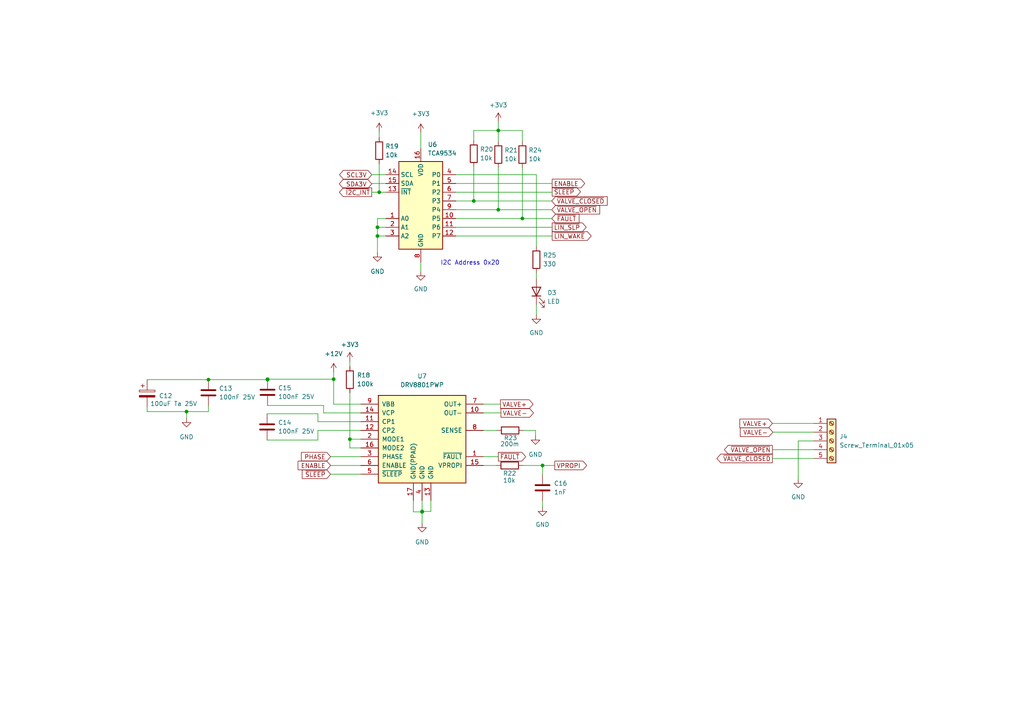
<source format=kicad_sch>
(kicad_sch (version 20211123) (generator eeschema)
  (paper "A4")
  (title_block (title "LINBus Valve Controller") (date "2023-02-17") (rev "1.0") (company "Gavin Hurlbut"))
  (lib_symbols
    (symbol "Connector:Screw_Terminal_01x05" (pin_names (offset 1.016) hide)
      (property "Reference" "J" (at 0 7.62 0))
      (property "Value" "Screw_Terminal_01x05" (at 0 -7.62 0))
      (symbol "Screw_Terminal_01x05_1_1"
        (rectangle (start -1.27 6.35) (end 1.27 -6.35) (stroke (width 0.254)) (fill (type background)))
        (circle (center 0 -5.08) (radius 0.635) (stroke (width 0.1524)))
        (circle (center 0 -2.54) (radius 0.635) (stroke (width 0.1524)))
        (polyline (pts (xy -0.5334 -4.7498) (xy 0.3302 -5.588)) (stroke (width 0.1524)))
        (polyline (pts (xy -0.5334 -2.2098) (xy 0.3302 -3.048)) (stroke (width 0.1524)))
        (polyline (pts (xy -0.5334 0.3302) (xy 0.3302 -0.508)) (stroke (width 0.1524)))
        (polyline (pts (xy -0.5334 2.8702) (xy 0.3302 2.032)) (stroke (width 0.1524)))
        (polyline (pts (xy -0.5334 5.4102) (xy 0.3302 4.572)) (stroke (width 0.1524)))
        (polyline (pts (xy -0.3556 -4.572) (xy 0.508 -5.4102)) (stroke (width 0.1524)))
        (polyline (pts (xy -0.3556 -2.032) (xy 0.508 -2.8702)) (stroke (width 0.1524)))
        (polyline (pts (xy -0.3556 0.508) (xy 0.508 -0.3302)) (stroke (width 0.1524)))
        (polyline (pts (xy -0.3556 3.048) (xy 0.508 2.2098)) (stroke (width 0.1524)))
        (polyline (pts (xy -0.3556 5.588) (xy 0.508 4.7498)) (stroke (width 0.1524)))
        (circle (center 0 0) (radius 0.635) (stroke (width 0.1524)))
        (circle (center 0 2.54) (radius 0.635) (stroke (width 0.1524)))
        (circle (center 0 5.08) (radius 0.635) (stroke (width 0.1524)))
        (pin passive line (at -5.08 5.08 0) (length 3.81) (name "Pin_1") (number "1"))
        (pin passive line (at -5.08 2.54 0) (length 3.81) (name "Pin_2") (number "2"))
        (pin passive line (at -5.08 0 0) (length 3.81) (name "Pin_3") (number "3"))
        (pin passive line (at -5.08 -2.54 0) (length 3.81) (name "Pin_4") (number "4"))
        (pin passive line (at -5.08 -5.08 0) (length 3.81) (name "Pin_5") (number "5"))
      )
    )
    (symbol "Device:C" (pin_numbers hide) (pin_names (offset 0.254))
      (property "Reference" "C" (at 0.635 2.54 0))
      (property "Value" "C" (at 0.635 -2.54 0))
      (symbol "C_0_1"
        (polyline (pts (xy -2.032 -0.762) (xy 2.032 -0.762)) (stroke (width 0.508)))
        (polyline (pts (xy -2.032 0.762) (xy 2.032 0.762)) (stroke (width 0.508)))
      )
      (symbol "C_1_1"
        (pin passive line (at 0 3.81 270) (length 2.794) (name "~") (number "1"))
        (pin passive line (at 0 -3.81 90) (length 2.794) (name "~") (number "2"))
      )
    )
    (symbol "Device:C_Polarized" (pin_numbers hide) (pin_names (offset 0.254))
      (property "Reference" "C" (at 0.635 2.54 0))
      (property "Value" "C_Polarized" (at 0.635 -2.54 0))
      (symbol "C_Polarized_0_1"
        (rectangle (start -2.286 0.508) (end 2.286 1.016))
        (polyline (pts (xy -1.778 2.286) (xy -0.762 2.286)))
        (polyline (pts (xy -1.27 2.794) (xy -1.27 1.778)))
        (rectangle (start 2.286 -0.508) (end -2.286 -1.016) (fill (type outline)))
      )
      (symbol "C_Polarized_1_1"
        (pin passive line (at 0 3.81 270) (length 2.794) (name "~") (number "1"))
        (pin passive line (at 0 -3.81 90) (length 2.794) (name "~") (number "2"))
      )
    )
    (symbol "Device:LED" (pin_numbers hide) (pin_names (offset 1.016) hide)
      (property "Reference" "D" (at 0 2.54 0))
      (property "Value" "LED" (at 0 -2.54 0))
      (symbol "LED_0_1"
        (polyline (pts (xy -1.27 -1.27) (xy -1.27 1.27)) (stroke (width 0.254)))
        (polyline (pts (xy -1.27 0) (xy 1.27 0)))
        (polyline (pts (xy 1.27 -1.27) (xy 1.27 1.27) (xy -1.27 0) (xy 1.27 -1.27)) (stroke (width 0.254)))
        (polyline (pts (xy -3.048 -0.762) (xy -4.572 -2.286) (xy -3.81 -2.286) (xy -4.572 -2.286) (xy -4.572 -1.524)))
        (polyline (pts (xy -1.778 -0.762) (xy -3.302 -2.286) (xy -2.54 -2.286) (xy -3.302 -2.286) (xy -3.302 -1.524)))
      )
      (symbol "LED_1_1"
        (pin passive line (at -3.81 0 0) (length 2.54) (name "K") (number "1"))
        (pin passive line (at 3.81 0 180) (length 2.54) (name "A") (number "2"))
      )
    )
    (symbol "Device:R" (pin_numbers hide) (pin_names (offset 0))
      (property "Reference" "R" (at 2.032 0 90))
      (property "Value" "R" (at 0 0 90))
      (symbol "R_0_1"
        (rectangle (start -1.016 -2.54) (end 1.016 2.54) (stroke (width 0.254)))
      )
      (symbol "R_1_1"
        (pin passive line (at 0 3.81 270) (length 1.27) (name "~") (number "1"))
        (pin passive line (at 0 -3.81 90) (length 1.27) (name "~") (number "2"))
      )
    )
    (symbol "Driver_Motor:DRV8801PWP" (pin_names (offset 1.016))
      (property "Reference" "U" (at -12.7 16.51 0))
      (property "Value" "DRV8801PWP" (at -12.7 13.97 0))
      (symbol "DRV8801PWP_0_1"
        (rectangle (start -12.7 12.7) (end 12.7 -12.7) (stroke (width 0.254)) (fill (type background)))
      )
      (symbol "DRV8801PWP_1_1"
        (pin open_collector line (at 17.78 -5.08 180) (length 5.08) (name "~{FAULT}") (number "1"))
        (pin power_out line (at 17.78 7.62 180) (length 5.08) (name "OUT-") (number "10"))
        (pin power_in line (at -17.78 5.08 0) (length 5.08) (name "CP1") (number "11"))
        (pin power_in line (at -17.78 2.54 0) (length 5.08) (name "CP2") (number "12"))
        (pin power_in line (at 2.54 -17.78 90) (length 5.08) (name "GND") (number "13"))
        (pin power_in line (at -17.78 7.62 0) (length 5.08) (name "VCP") (number "14"))
        (pin output line (at 17.78 -7.62 180) (length 5.08) (name "VPROPI") (number "15"))
        (pin input line (at -17.78 -2.54 0) (length 5.08) (name "MODE2") (number "16"))
        (pin power_in line (at -2.54 -17.78 90) (length 5.08) (name "GND(PPAD)") (number "17"))
        (pin input line (at -17.78 0 0) (length 5.08) (name "MODE1") (number "2"))
        (pin input line (at -17.78 -5.08 0) (length 5.08) (name "PHASE") (number "3"))
        (pin power_in line (at 0 -17.78 90) (length 5.08) (name "GND") (number "4"))
        (pin input line (at -17.78 -10.16 0) (length 5.08) (name "~{SLEEP}") (number "5"))
        (pin input line (at -17.78 -7.62 0) (length 5.08) (name "ENABLE") (number "6"))
        (pin power_out line (at 17.78 10.16 180) (length 5.08) (name "OUT+") (number "7"))
        (pin power_out line (at 17.78 2.54 180) (length 5.08) (name "SENSE") (number "8"))
        (pin power_in line (at -17.78 10.16 0) (length 5.08) (name "VBB") (number "9"))
      )
    )
    (symbol "Interface_Expansion:TCA9534"
      (property "Reference" "U" (at -6.35 12.7 0))
      (property "Value" "TCA9534" (at 2.54 12.7 0))
      (symbol "TCA9534_0_1"
        (rectangle (start -6.35 -13.97) (end 6.35 11.43) (stroke (width 0.254)) (fill (type background)))
      )
      (symbol "TCA9534_1_1"
        (pin input line (at -10.16 -5.08 0) (length 3.81) (name "A0") (number "1"))
        (pin bidirectional line (at 10.16 -5.08 180) (length 3.81) (name "P5") (number "10"))
        (pin bidirectional line (at 10.16 -7.62 180) (length 3.81) (name "P6") (number "11"))
        (pin bidirectional line (at 10.16 -10.16 180) (length 3.81) (name "P7") (number "12"))
        (pin open_collector line (at -10.16 2.54 0) (length 3.81) (name "~{INT}") (number "13"))
        (pin input line (at -10.16 7.62 0) (length 3.81) (name "SCL") (number "14"))
        (pin bidirectional line (at -10.16 5.08 0) (length 3.81) (name "SDA") (number "15"))
        (pin power_in line (at 0 15.24 270) (length 3.81) (name "VDD") (number "16"))
        (pin input line (at -10.16 -7.62 0) (length 3.81) (name "A1") (number "2"))
        (pin input line (at -10.16 -10.16 0) (length 3.81) (name "A2") (number "3"))
        (pin bidirectional line (at 10.16 7.62 180) (length 3.81) (name "P0") (number "4"))
        (pin bidirectional line (at 10.16 5.08 180) (length 3.81) (name "P1") (number "5"))
        (pin bidirectional line (at 10.16 2.54 180) (length 3.81) (name "P2") (number "6"))
        (pin bidirectional line (at 10.16 0 180) (length 3.81) (name "P3") (number "7"))
        (pin power_in line (at 0 -17.78 90) (length 3.81) (name "GND") (number "8"))
        (pin bidirectional line (at 10.16 -2.54 180) (length 3.81) (name "P4") (number "9"))
      )
    )
    (symbol "power:+12V" (power) (pin_names (offset 0))
      (property "Value" "+12V" (at 0 3.556 0))
      (symbol "+12V_0_1"
        (polyline (pts (xy -0.762 1.27) (xy 0 2.54)))
        (polyline (pts (xy 0 0) (xy 0 2.54)))
        (polyline (pts (xy 0 2.54) (xy 0.762 1.27)))
      )
      (symbol "+12V_1_1"
        (pin power_in line (at 0 0 90) (length 0) hide (name "+12V") (number "1"))
      )
    )
    (symbol "power:+3V3" (power) (pin_names (offset 0))
      (property "Value" "+3V3" (at 0 3.556 0))
      (symbol "+3V3_0_1"
        (polyline (pts (xy -0.762 1.27) (xy 0 2.54)))
        (polyline (pts (xy 0 0) (xy 0 2.54)))
        (polyline (pts (xy 0 2.54) (xy 0.762 1.27)))
      )
      (symbol "+3V3_1_1"
        (pin power_in line (at 0 0 90) (length 0) hide (name "+3V3") (number "1"))
      )
    )
    (symbol "power:GND" (power) (pin_names (offset 0))
      (property "Value" "GND" (at 0 -3.81 0))
      (symbol "GND_0_1"
        (polyline (pts (xy 0 0) (xy 0 -1.27) (xy 1.27 -1.27) (xy 0 -2.54) (xy -1.27 -1.27) (xy 0 -1.27)))
      )
      (symbol "GND_1_1"
        (pin power_in line (at 0 0 270) (length 0) hide (name "GND") (number "1"))
      )
    )
  )
  (junction (at 96.774 109.982))
  (junction (at 77.597 109.982))
  (junction (at 157.353 135.001))
  (junction (at 151.511 63.373))
  (junction (at 144.526 60.833))
  (junction (at 101.473 127.381))
  (junction (at 109.982 55.753))
  (junction (at 77.597 110.109))
  (junction (at 109.474 68.453))
  (junction (at 54.102 119.38))
  (junction (at 137.414 58.293))
  (junction (at 60.452 110.109))
  (junction (at 122.428 148.463))
  (junction (at 109.474 65.913))
  (junction (at 122.428 148.336))
  (junction (at 144.526 37.846))
  (wire (pts (xy 151.511 48.641) (xy 151.511 63.373)))
  (wire (pts (xy 109.982 55.753) (xy 111.887 55.753)))
  (wire (pts (xy 92.202 124.841) (xy 92.202 127.635)))
  (wire (pts (xy 96.774 107.95) (xy 96.774 109.982)))
  (wire (pts (xy 77.597 110.109) (xy 77.597 109.982)))
  (wire (pts (xy 132.207 53.213) (xy 160.147 53.213)))
  (wire (pts (xy 144.526 35.306) (xy 144.526 37.846)))
  (wire (pts (xy 109.474 63.373) (xy 111.887 63.373)))
  (wire (pts (xy 109.474 65.913) (xy 109.474 68.453)))
  (wire (pts (xy 54.102 119.38) (xy 54.102 121.285)))
  (wire (pts (xy 132.207 65.913) (xy 160.147 65.913)))
  (wire (pts (xy 151.765 124.841) (xy 155.321 124.841)))
  (wire (pts (xy 111.887 53.213) (xy 107.823 53.213)))
  (wire (pts (xy 119.888 148.463) (xy 122.428 148.463)))
  (wire (pts (xy 122.047 43.053) (xy 122.047 38.481)))
  (wire (pts (xy 96.774 109.982) (xy 77.597 109.982)))
  (wire (pts (xy 107.823 53.213) (xy 107.823 53.34)))
  (wire (pts (xy 122.428 148.463) (xy 122.428 151.765)))
  (wire (pts (xy 140.208 124.841) (xy 144.145 124.841)))
  (wire (pts (xy 140.208 119.761) (xy 145.288 119.761)))
  (wire (pts (xy 54.102 119.38) (xy 60.452 119.38)))
  (wire (pts (xy 109.474 63.373) (xy 109.474 65.913)))
  (wire (pts (xy 60.452 119.38) (xy 60.452 117.729)))
  (wire (pts (xy 60.452 110.109) (xy 77.597 110.109)))
  (wire (pts (xy 92.202 127.635) (xy 77.47 127.635)))
  (wire (pts (xy 155.321 124.841) (xy 155.321 126.365)))
  (wire (pts (xy 42.672 110.363) (xy 42.672 110.109)))
  (wire (pts (xy 132.207 63.373) (xy 151.511 63.373)))
  (wire (pts (xy 132.207 55.753) (xy 160.147 55.753)))
  (wire (pts (xy 157.353 135.001) (xy 160.909 135.001)))
  (wire (pts (xy 137.414 48.387) (xy 137.414 58.293)))
  (wire (pts (xy 42.672 110.109) (xy 60.452 110.109)))
  (wire (pts (xy 93.853 119.761) (xy 93.853 117.602)))
  (wire (pts (xy 137.414 37.846) (xy 144.526 37.846)))
  (wire (pts (xy 122.428 145.161) (xy 122.428 148.336)))
  (wire (pts (xy 104.648 122.301) (xy 92.202 122.301)))
  (wire (pts (xy 132.207 50.673) (xy 155.575 50.673)))
  (wire (pts (xy 119.888 145.161) (xy 119.888 148.463)))
  (wire (pts (xy 77.47 120.015) (xy 92.202 120.015)))
  (wire (pts (xy 224.028 130.429) (xy 236.093 130.429)))
  (wire (pts (xy 151.638 135.001) (xy 157.353 135.001)))
  (wire (pts (xy 155.575 79.121) (xy 155.575 80.772)))
  (wire (pts (xy 109.982 47.498) (xy 109.982 55.753)))
  (wire (pts (xy 124.968 145.161) (xy 124.968 148.336)))
  (wire (pts (xy 109.982 38.227) (xy 109.982 39.878)))
  (wire (pts (xy 144.526 60.833) (xy 160.02 60.833)))
  (wire (pts (xy 101.473 104.775) (xy 101.473 106.299)))
  (wire (pts (xy 42.672 119.38) (xy 54.102 119.38)))
  (wire (pts (xy 132.207 68.453) (xy 160.147 68.453)))
  (wire (pts (xy 107.823 55.753) (xy 109.982 55.753)))
  (wire (pts (xy 160.147 55.753) (xy 160.147 55.626)))
  (wire (pts (xy 144.526 37.846) (xy 151.511 37.846)))
  (wire (pts (xy 137.414 40.767) (xy 137.414 37.846)))
  (wire (pts (xy 132.207 60.833) (xy 144.526 60.833)))
  (wire (pts (xy 151.511 41.021) (xy 151.511 37.846)))
  (wire (pts (xy 157.353 145.288) (xy 157.353 147.066)))
  (wire (pts (xy 111.887 65.913) (xy 109.474 65.913)))
  (wire (pts (xy 101.473 127.381) (xy 104.648 127.381)))
  (wire (pts (xy 93.853 117.602) (xy 77.597 117.602)))
  (wire (pts (xy 104.648 117.221) (xy 96.774 117.221)))
  (wire (pts (xy 109.474 68.453) (xy 111.887 68.453)))
  (wire (pts (xy 95.885 132.461) (xy 104.648 132.461)))
  (wire (pts (xy 122.428 148.336) (xy 122.428 148.463)))
  (wire (pts (xy 132.207 58.293) (xy 137.414 58.293)))
  (wire (pts (xy 140.208 135.001) (xy 144.018 135.001)))
  (wire (pts (xy 104.648 119.761) (xy 93.853 119.761)))
  (wire (pts (xy 92.202 122.301) (xy 92.202 120.015)))
  (wire (pts (xy 104.648 137.541) (xy 95.885 137.541)))
  (wire (pts (xy 224.155 125.349) (xy 236.093 125.349)))
  (wire (pts (xy 104.648 135.001) (xy 95.885 135.001)))
  (wire (pts (xy 104.648 124.841) (xy 92.202 124.841)))
  (wire (pts (xy 101.473 127.381) (xy 101.473 129.921)))
  (wire (pts (xy 155.575 88.392) (xy 155.575 91.313)))
  (wire (pts (xy 42.672 117.983) (xy 42.672 119.38)))
  (wire (pts (xy 140.208 117.221) (xy 145.161 117.221)))
  (wire (pts (xy 122.047 76.073) (xy 122.047 78.74)))
  (wire (pts (xy 137.414 58.293) (xy 160.02 58.293)))
  (wire (pts (xy 151.511 63.373) (xy 160.02 63.373)))
  (wire (pts (xy 157.353 135.001) (xy 157.353 137.668)))
  (wire (pts (xy 101.473 113.919) (xy 101.473 127.381)))
  (wire (pts (xy 140.208 132.461) (xy 144.526 132.461)))
  (wire (pts (xy 101.473 129.921) (xy 104.648 129.921)))
  (wire (pts (xy 109.474 68.453) (xy 109.474 73.279)))
  (wire (pts (xy 124.968 148.336) (xy 122.428 148.336)))
  (wire (pts (xy 231.521 127.889) (xy 236.093 127.889)))
  (wire (pts (xy 144.526 37.846) (xy 144.526 41.021)))
  (wire (pts (xy 224.028 122.809) (xy 236.093 122.809)))
  (wire (pts (xy 155.575 50.673) (xy 155.575 71.501)))
  (wire (pts (xy 107.823 50.673) (xy 111.887 50.673)))
  (wire (pts (xy 96.774 117.221) (xy 96.774 109.982)))
  (wire (pts (xy 236.093 132.969) (xy 224.028 132.969)))
  (wire (pts (xy 144.526 48.641) (xy 144.526 60.833)))
  (wire (pts (xy 231.521 138.938) (xy 231.521 127.889)))
  (text "I2C Address 0x20" (at 127.762 77.089 0) (effects (font (size 1.27 1.27)) (justify left bottom)))
  (global_label "ENABLE" (shape input) (at 95.885 135.001 180) (property "Intersheet References" "${INTERSHEET_REFS}" (effects hide)))
  (global_label "~{SLEEP}" (shape output) (at 160.147 55.626 0) (property "Intersheet References" "${INTERSHEET_REFS}" (effects hide)))
  (global_label "~{FAULT}" (shape output) (at 144.526 132.461 0) (property "Intersheet References" "${INTERSHEET_REFS}" (effects hide)))
  (global_label "~{FAULT}" (shape input) (at 160.02 63.373 0) (property "Intersheet References" "${INTERSHEET_REFS}" (effects hide)))
  (global_label "~{VALVE_CLOSED}" (shape input) (at 160.02 58.293 0) (property "Intersheet References" "${INTERSHEET_REFS}" (effects hide)))
  (global_label "~{VALVE_CLOSED}" (shape output) (at 224.028 132.969 180) (property "Intersheet References" "${INTERSHEET_REFS}" (effects hide)))
  (global_label "VALVE-" (shape output) (at 145.288 119.761 0) (property "Intersheet References" "${INTERSHEET_REFS}" (effects hide)))
  (global_label "SDA3V" (shape bidirectional) (at 107.823 53.34 180) (property "Intersheet References" "${INTERSHEET_REFS}" (effects hide)))
  (global_label "VALVE-" (shape input) (at 224.155 125.349 180) (property "Intersheet References" "${INTERSHEET_REFS}" (effects hide)))
  (global_label "~{VALVE_OPEN}" (shape output) (at 224.028 130.429 180) (property "Intersheet References" "${INTERSHEET_REFS}" (effects hide)))
  (global_label "~{I2C_INT}" (shape output) (at 107.823 55.753 180) (property "Intersheet References" "${INTERSHEET_REFS}" (effects hide)))
  (global_label "~{SLEEP}" (shape input) (at 95.885 137.541 180) (property "Intersheet References" "${INTERSHEET_REFS}" (effects hide)))
  (global_label "PHASE" (shape input) (at 95.885 132.461 180) (property "Intersheet References" "${INTERSHEET_REFS}" (effects hide)))
  (global_label "VALVE+" (shape output) (at 145.161 117.221 0) (property "Intersheet References" "${INTERSHEET_REFS}" (effects hide)))
  (global_label "~{LIN_WAKE}" (shape output) (at 160.147 68.453 0) (property "Intersheet References" "${INTERSHEET_REFS}" (effects hide)))
  (global_label "~{VALVE_OPEN}" (shape input) (at 160.02 60.833 0) (property "Intersheet References" "${INTERSHEET_REFS}" (effects hide)))
  (global_label "VPROPI" (shape output) (at 160.909 135.001 0) (property "Intersheet References" "${INTERSHEET_REFS}" (effects hide)))
  (global_label "~{LIN_SLP}" (shape output) (at 160.147 65.913 0) (property "Intersheet References" "${INTERSHEET_REFS}" (effects hide)))
  (global_label "ENABLE" (shape output) (at 160.147 53.213 0) (property "Intersheet References" "${INTERSHEET_REFS}" (effects hide)))
  (global_label "SCL3V" (shape bidirectional) (at 107.823 50.673 180) (property "Intersheet References" "${INTERSHEET_REFS}" (effects hide)))
  (global_label "VALVE+" (shape input) (at 224.028 122.809 180) (property "Intersheet References" "${INTERSHEET_REFS}" (effects hide)))
  (symbol (lib_id "power:+3V3") (at 144.526 35.306 0) (unit 1)
    (property "Reference" "#PWR047" (effects hide))
    (property "Value" "+3V3" (at 144.526 30.48 0))
  )
  (symbol (lib_id "Interface_Expansion:TCA9534") (at 122.047 58.293 0) (unit 1)
    (property "Reference" "U6" (at 124.0664 41.91 0) (effects (justify left)))
    (property "Value" "TCA9534" (at 124.0664 44.45 0) (effects (justify left)))
    (property "Footprint" "Package_SO:TSSOP-16_4.4x5mm_P0.65mm" (effects hide))
    (property "Datasheet" "http://www.ti.com/lit/ds/symlink/tca9534.pdf" (effects hide))
  )
  (symbol (lib_id "Device:C") (at 157.353 141.478 0) (unit 1)
    (property "Reference" "C16" (at 160.655 140.2079 0) (effects (justify left)))
    (property "Value" "1nF" (at 160.655 142.7479 0) (effects (justify left)))
    (property "Footprint" "Capacitor_SMD:C_0805_2012Metric_Pad1.18x1.45mm_HandSolder" (effects hide))
  )
  (symbol (lib_id "power:+3V3") (at 101.473 104.775 0) (unit 1)
    (property "Reference" "#PWR041" (effects hide))
    (property "Value" "+3V3" (at 101.473 99.949 0))
  )
  (symbol (lib_id "power:GND") (at 155.321 126.365 0) (unit 1)
    (property "Reference" "#PWR048" (effects hide))
    (property "Value" "GND" (at 155.321 131.826 0))
  )
  (symbol (lib_id "Device:R") (at 109.982 43.688 0) (unit 1)
    (property "Reference" "R19" (at 111.76 42.4179 0) (effects (justify left)))
    (property "Value" "10k" (at 111.76 44.9579 0) (effects (justify left)))
    (property "Footprint" "Resistor_SMD:R_0805_2012Metric_Pad1.20x1.40mm_HandSolder" (effects hide))
  )
  (symbol (lib_id "power:GND") (at 109.474 73.279 0) (unit 1)
    (property "Reference" "#PWR042" (effects hide))
    (property "Value" "GND" (at 109.474 78.74 0))
  )
  (symbol (lib_id "Device:R") (at 101.473 110.109 0) (unit 1)
    (property "Reference" "R18" (at 103.505 108.8389 0) (effects (justify left)))
    (property "Value" "100k" (at 103.505 111.3789 0) (effects (justify left)))
    (property "Footprint" "Resistor_SMD:R_0805_2012Metric_Pad1.20x1.40mm_HandSolder" (effects hide))
  )
  (symbol (lib_id "Device:R") (at 144.526 44.831 0) (unit 1)
    (property "Reference" "R21" (at 146.304 43.5609 0) (effects (justify left)))
    (property "Value" "10k" (at 146.304 46.1009 0) (effects (justify left)))
    (property "Footprint" "Resistor_SMD:R_0805_2012Metric_Pad1.20x1.40mm_HandSolder" (effects hide))
  )
  (symbol (lib_id "Device:R") (at 155.575 75.311 0) (unit 1)
    (property "Reference" "R25" (at 157.48 74.0409 0) (effects (justify left)))
    (property "Value" "330" (at 157.48 76.5809 0) (effects (justify left)))
    (property "Footprint" "Resistor_SMD:R_0805_2012Metric_Pad1.20x1.40mm_HandSolder" (effects hide))
  )
  (symbol (lib_id "Connector:Screw_Terminal_01x05") (at 241.173 127.889 0) (unit 1)
    (property "Reference" "J4" (at 243.459 126.6189 0) (effects (justify left)))
    (property "Value" "Screw_Terminal_01x05" (at 243.459 129.1589 0) (effects (justify left)))
    (property "Footprint" "TerminalBlock_TE-Connectivity:TerminalBlock_TE_282834-5_1x05_P2.54mm_Horizontal" (effects hide))
  )
  (symbol (lib_id "Device:LED") (at 155.575 84.582 90) (unit 1)
    (property "Reference" "D3" (at 158.75 84.8994 90) (effects (justify right)))
    (property "Value" "LED" (at 158.75 87.4394 90) (effects (justify right)))
    (property "Footprint" "LED_SMD:LED_0805_2012Metric_Pad1.15x1.40mm_HandSolder" (effects hide))
  )
  (symbol (lib_id "power:GND") (at 54.102 121.285 0) (unit 1)
    (property "Reference" "#PWR039" (effects hide))
    (property "Value" "GND" (at 54.102 126.746 0))
  )
  (symbol (lib_id "power:+3V3") (at 109.982 38.227 0) (unit 1)
    (property "Reference" "#PWR043" (effects hide))
    (property "Value" "+3V3" (at 109.982 32.766 0))
  )
  (symbol (lib_id "Device:C_Polarized") (at 42.672 114.173 0) (unit 1)
    (property "Reference" "C12" (at 46.101 114.808 0) (effects (justify left)))
    (property "Value" "100uF Ta 25V" (at 43.561 117.094 0) (effects (justify left)))
    (property "Footprint" "Capacitor_Tantalum_SMD:CP_EIA-7343-20_Kemet-V_Pad2.25x2.55mm_HandSolder" (effects hide))
  )
  (symbol (lib_id "Driver_Motor:DRV8801PWP") (at 122.428 127.381 0) (unit 1)
    (property "Reference" "U7" (at 122.428 109.093 0))
    (property "Value" "DRV8801PWP" (at 122.428 111.633 0))
    (property "Footprint" "Package_SO:HTSSOP-16-1EP_4.4x5mm_P0.65mm_EP3.4x5mm_Mask3x3mm_ThermalVias" (effects hide))
    (property "Datasheet" "http://www.ti.com/lit/ds/symlink/drv8801.pdf" (effects hide))
  )
  (symbol (lib_id "power:GND") (at 155.575 91.313 0) (unit 1)
    (property "Reference" "#PWR049" (effects hide))
    (property "Value" "GND" (at 155.575 96.52 0))
  )
  (symbol (lib_id "Device:C") (at 77.597 113.792 0) (unit 1)
    (property "Reference" "C15" (at 80.645 112.5219 0) (effects (justify left)))
    (property "Value" "100nF 25V" (at 80.645 115.0619 0) (effects (justify left)))
    (property "Footprint" "Capacitor_SMD:C_1206_3216Metric_Pad1.33x1.80mm_HandSolder" (effects hide))
  )
  (symbol (lib_id "power:+3V3") (at 122.047 38.481 0) (unit 1)
    (property "Reference" "#PWR044" (effects hide))
    (property "Value" "+3V3" (at 122.047 33.02 0))
  )
  (symbol (lib_id "power:GND") (at 122.428 151.765 0) (unit 1)
    (property "Reference" "#PWR046" (effects hide))
    (property "Value" "GND" (at 122.428 157.226 0))
  )
  (symbol (lib_id "Device:R") (at 147.955 124.841 90) (unit 1)
    (property "Reference" "R23" (at 148.082 127 90))
    (property "Value" "200m" (at 147.828 128.778 90))
    (property "Footprint" "Resistor_SMD:R_0805_2012Metric_Pad1.20x1.40mm_HandSolder" (effects hide))
  )
  (symbol (lib_id "power:GND") (at 122.047 78.74 0) (unit 1)
    (property "Reference" "#PWR045" (effects hide))
    (property "Value" "GND" (at 122.047 83.82 0))
  )
  (symbol (lib_id "Device:C") (at 77.47 123.825 0) (unit 1)
    (property "Reference" "C14" (at 80.645 122.5549 0) (effects (justify left)))
    (property "Value" "100nF 25V" (at 80.645 125.0949 0) (effects (justify left)))
    (property "Footprint" "Capacitor_SMD:C_1206_3216Metric_Pad1.33x1.80mm_HandSolder" (effects hide))
  )
  (symbol (lib_id "Device:R") (at 151.511 44.831 0) (unit 1)
    (property "Reference" "R24" (at 153.289 43.5609 0) (effects (justify left)))
    (property "Value" "10k" (at 153.289 46.1009 0) (effects (justify left)))
    (property "Footprint" "Resistor_SMD:R_0805_2012Metric_Pad1.20x1.40mm_HandSolder" (effects hide))
  )
  (symbol (lib_id "power:GND") (at 157.353 147.066 0) (unit 1)
    (property "Reference" "#PWR050" (effects hide))
    (property "Value" "GND" (at 157.353 152.146 0))
  )
  (symbol (lib_id "Device:C") (at 60.452 113.919 0) (unit 1)
    (property "Reference" "C13" (at 63.5 112.6489 0) (effects (justify left)))
    (property "Value" "100nF 25V" (at 63.5 115.1889 0) (effects (justify left)))
    (property "Footprint" "Capacitor_SMD:C_1206_3216Metric_Pad1.33x1.80mm_HandSolder" (effects hide))
  )
  (symbol (lib_id "Device:R") (at 147.828 135.001 90) (unit 1)
    (property "Reference" "R22" (at 147.828 137.287 90))
    (property "Value" "10k" (at 147.701 139.319 90))
    (property "Footprint" "Resistor_SMD:R_0805_2012Metric_Pad1.20x1.40mm_HandSolder" (effects hide))
  )
  (symbol (lib_id "Device:R") (at 137.414 44.577 0) (unit 1)
    (property "Reference" "R20" (at 139.192 43.3069 0) (effects (justify left)))
    (property "Value" "10k" (at 139.192 45.8469 0) (effects (justify left)))
    (property "Footprint" "Resistor_SMD:R_0805_2012Metric_Pad1.20x1.40mm_HandSolder" (effects hide))
  )
  (symbol (lib_id "power:+12V") (at 96.774 107.95 0) (unit 1)
    (property "Reference" "#PWR040" (effects hide))
    (property "Value" "+12V" (at 96.774 102.616 0))
  )
  (symbol (lib_id "power:GND") (at 231.521 138.938 0) (unit 1)
    (property "Reference" "#PWR051" (effects hide))
    (property "Value" "GND" (at 231.521 144.145 0))
  )
)
</source>
